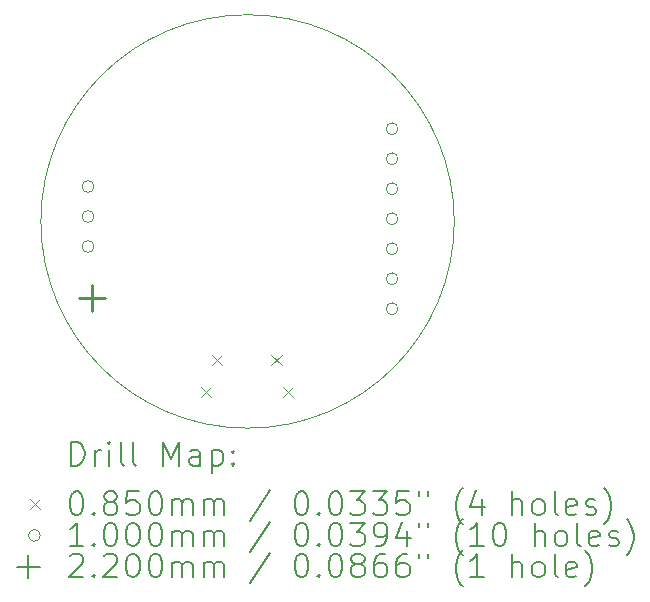
<source format=gbr>
%TF.GenerationSoftware,KiCad,Pcbnew,8.0.6*%
%TF.CreationDate,2024-12-07T20:29:37+01:00*%
%TF.ProjectId,circular PCB,63697263-756c-4617-9220-5043422e6b69,rev?*%
%TF.SameCoordinates,Original*%
%TF.FileFunction,Drillmap*%
%TF.FilePolarity,Positive*%
%FSLAX45Y45*%
G04 Gerber Fmt 4.5, Leading zero omitted, Abs format (unit mm)*
G04 Created by KiCad (PCBNEW 8.0.6) date 2024-12-07 20:29:37*
%MOMM*%
%LPD*%
G01*
G04 APERTURE LIST*
%ADD10C,0.100000*%
%ADD11C,0.200000*%
%ADD12C,0.220000*%
G04 APERTURE END LIST*
D10*
X20944000Y-6760000D02*
G75*
G02*
X17444000Y-6760000I-1750000J0D01*
G01*
X17444000Y-6760000D02*
G75*
G02*
X20944000Y-6760000I1750000J0D01*
G01*
D11*
D10*
X18796500Y-8158250D02*
X18881500Y-8243250D01*
X18881500Y-8158250D02*
X18796500Y-8243250D01*
X18896500Y-7888250D02*
X18981500Y-7973250D01*
X18981500Y-7888250D02*
X18896500Y-7973250D01*
X19396500Y-7888250D02*
X19481500Y-7973250D01*
X19481500Y-7888250D02*
X19396500Y-7973250D01*
X19496500Y-8158250D02*
X19581500Y-8243250D01*
X19581500Y-8158250D02*
X19496500Y-8243250D01*
X17893000Y-6465000D02*
G75*
G02*
X17793000Y-6465000I-50000J0D01*
G01*
X17793000Y-6465000D02*
G75*
G02*
X17893000Y-6465000I50000J0D01*
G01*
X17893000Y-6719000D02*
G75*
G02*
X17793000Y-6719000I-50000J0D01*
G01*
X17793000Y-6719000D02*
G75*
G02*
X17893000Y-6719000I50000J0D01*
G01*
X17893000Y-6973000D02*
G75*
G02*
X17793000Y-6973000I-50000J0D01*
G01*
X17793000Y-6973000D02*
G75*
G02*
X17893000Y-6973000I50000J0D01*
G01*
X20467000Y-5975000D02*
G75*
G02*
X20367000Y-5975000I-50000J0D01*
G01*
X20367000Y-5975000D02*
G75*
G02*
X20467000Y-5975000I50000J0D01*
G01*
X20467000Y-6229000D02*
G75*
G02*
X20367000Y-6229000I-50000J0D01*
G01*
X20367000Y-6229000D02*
G75*
G02*
X20467000Y-6229000I50000J0D01*
G01*
X20467000Y-6483000D02*
G75*
G02*
X20367000Y-6483000I-50000J0D01*
G01*
X20367000Y-6483000D02*
G75*
G02*
X20467000Y-6483000I50000J0D01*
G01*
X20467000Y-6737000D02*
G75*
G02*
X20367000Y-6737000I-50000J0D01*
G01*
X20367000Y-6737000D02*
G75*
G02*
X20467000Y-6737000I50000J0D01*
G01*
X20467000Y-6991000D02*
G75*
G02*
X20367000Y-6991000I-50000J0D01*
G01*
X20367000Y-6991000D02*
G75*
G02*
X20467000Y-6991000I50000J0D01*
G01*
X20467000Y-7245000D02*
G75*
G02*
X20367000Y-7245000I-50000J0D01*
G01*
X20367000Y-7245000D02*
G75*
G02*
X20467000Y-7245000I50000J0D01*
G01*
X20467000Y-7499000D02*
G75*
G02*
X20367000Y-7499000I-50000J0D01*
G01*
X20367000Y-7499000D02*
G75*
G02*
X20467000Y-7499000I50000J0D01*
G01*
D12*
X17880000Y-7295000D02*
X17880000Y-7515000D01*
X17770000Y-7405000D02*
X17990000Y-7405000D01*
D11*
X17699777Y-8826484D02*
X17699777Y-8626484D01*
X17699777Y-8626484D02*
X17747396Y-8626484D01*
X17747396Y-8626484D02*
X17775967Y-8636008D01*
X17775967Y-8636008D02*
X17795015Y-8655055D01*
X17795015Y-8655055D02*
X17804539Y-8674103D01*
X17804539Y-8674103D02*
X17814063Y-8712198D01*
X17814063Y-8712198D02*
X17814063Y-8740770D01*
X17814063Y-8740770D02*
X17804539Y-8778865D01*
X17804539Y-8778865D02*
X17795015Y-8797912D01*
X17795015Y-8797912D02*
X17775967Y-8816960D01*
X17775967Y-8816960D02*
X17747396Y-8826484D01*
X17747396Y-8826484D02*
X17699777Y-8826484D01*
X17899777Y-8826484D02*
X17899777Y-8693150D01*
X17899777Y-8731246D02*
X17909301Y-8712198D01*
X17909301Y-8712198D02*
X17918824Y-8702674D01*
X17918824Y-8702674D02*
X17937872Y-8693150D01*
X17937872Y-8693150D02*
X17956920Y-8693150D01*
X18023586Y-8826484D02*
X18023586Y-8693150D01*
X18023586Y-8626484D02*
X18014063Y-8636008D01*
X18014063Y-8636008D02*
X18023586Y-8645531D01*
X18023586Y-8645531D02*
X18033110Y-8636008D01*
X18033110Y-8636008D02*
X18023586Y-8626484D01*
X18023586Y-8626484D02*
X18023586Y-8645531D01*
X18147396Y-8826484D02*
X18128348Y-8816960D01*
X18128348Y-8816960D02*
X18118824Y-8797912D01*
X18118824Y-8797912D02*
X18118824Y-8626484D01*
X18252158Y-8826484D02*
X18233110Y-8816960D01*
X18233110Y-8816960D02*
X18223586Y-8797912D01*
X18223586Y-8797912D02*
X18223586Y-8626484D01*
X18480729Y-8826484D02*
X18480729Y-8626484D01*
X18480729Y-8626484D02*
X18547396Y-8769341D01*
X18547396Y-8769341D02*
X18614063Y-8626484D01*
X18614063Y-8626484D02*
X18614063Y-8826484D01*
X18795015Y-8826484D02*
X18795015Y-8721722D01*
X18795015Y-8721722D02*
X18785491Y-8702674D01*
X18785491Y-8702674D02*
X18766444Y-8693150D01*
X18766444Y-8693150D02*
X18728348Y-8693150D01*
X18728348Y-8693150D02*
X18709301Y-8702674D01*
X18795015Y-8816960D02*
X18775967Y-8826484D01*
X18775967Y-8826484D02*
X18728348Y-8826484D01*
X18728348Y-8826484D02*
X18709301Y-8816960D01*
X18709301Y-8816960D02*
X18699777Y-8797912D01*
X18699777Y-8797912D02*
X18699777Y-8778865D01*
X18699777Y-8778865D02*
X18709301Y-8759817D01*
X18709301Y-8759817D02*
X18728348Y-8750293D01*
X18728348Y-8750293D02*
X18775967Y-8750293D01*
X18775967Y-8750293D02*
X18795015Y-8740770D01*
X18890253Y-8693150D02*
X18890253Y-8893150D01*
X18890253Y-8702674D02*
X18909301Y-8693150D01*
X18909301Y-8693150D02*
X18947396Y-8693150D01*
X18947396Y-8693150D02*
X18966444Y-8702674D01*
X18966444Y-8702674D02*
X18975967Y-8712198D01*
X18975967Y-8712198D02*
X18985491Y-8731246D01*
X18985491Y-8731246D02*
X18985491Y-8788389D01*
X18985491Y-8788389D02*
X18975967Y-8807436D01*
X18975967Y-8807436D02*
X18966444Y-8816960D01*
X18966444Y-8816960D02*
X18947396Y-8826484D01*
X18947396Y-8826484D02*
X18909301Y-8826484D01*
X18909301Y-8826484D02*
X18890253Y-8816960D01*
X19071205Y-8807436D02*
X19080729Y-8816960D01*
X19080729Y-8816960D02*
X19071205Y-8826484D01*
X19071205Y-8826484D02*
X19061682Y-8816960D01*
X19061682Y-8816960D02*
X19071205Y-8807436D01*
X19071205Y-8807436D02*
X19071205Y-8826484D01*
X19071205Y-8702674D02*
X19080729Y-8712198D01*
X19080729Y-8712198D02*
X19071205Y-8721722D01*
X19071205Y-8721722D02*
X19061682Y-8712198D01*
X19061682Y-8712198D02*
X19071205Y-8702674D01*
X19071205Y-8702674D02*
X19071205Y-8721722D01*
D10*
X17354000Y-9112500D02*
X17439000Y-9197500D01*
X17439000Y-9112500D02*
X17354000Y-9197500D01*
D11*
X17737872Y-9046484D02*
X17756920Y-9046484D01*
X17756920Y-9046484D02*
X17775967Y-9056008D01*
X17775967Y-9056008D02*
X17785491Y-9065531D01*
X17785491Y-9065531D02*
X17795015Y-9084579D01*
X17795015Y-9084579D02*
X17804539Y-9122674D01*
X17804539Y-9122674D02*
X17804539Y-9170293D01*
X17804539Y-9170293D02*
X17795015Y-9208389D01*
X17795015Y-9208389D02*
X17785491Y-9227436D01*
X17785491Y-9227436D02*
X17775967Y-9236960D01*
X17775967Y-9236960D02*
X17756920Y-9246484D01*
X17756920Y-9246484D02*
X17737872Y-9246484D01*
X17737872Y-9246484D02*
X17718824Y-9236960D01*
X17718824Y-9236960D02*
X17709301Y-9227436D01*
X17709301Y-9227436D02*
X17699777Y-9208389D01*
X17699777Y-9208389D02*
X17690253Y-9170293D01*
X17690253Y-9170293D02*
X17690253Y-9122674D01*
X17690253Y-9122674D02*
X17699777Y-9084579D01*
X17699777Y-9084579D02*
X17709301Y-9065531D01*
X17709301Y-9065531D02*
X17718824Y-9056008D01*
X17718824Y-9056008D02*
X17737872Y-9046484D01*
X17890253Y-9227436D02*
X17899777Y-9236960D01*
X17899777Y-9236960D02*
X17890253Y-9246484D01*
X17890253Y-9246484D02*
X17880729Y-9236960D01*
X17880729Y-9236960D02*
X17890253Y-9227436D01*
X17890253Y-9227436D02*
X17890253Y-9246484D01*
X18014063Y-9132198D02*
X17995015Y-9122674D01*
X17995015Y-9122674D02*
X17985491Y-9113150D01*
X17985491Y-9113150D02*
X17975967Y-9094103D01*
X17975967Y-9094103D02*
X17975967Y-9084579D01*
X17975967Y-9084579D02*
X17985491Y-9065531D01*
X17985491Y-9065531D02*
X17995015Y-9056008D01*
X17995015Y-9056008D02*
X18014063Y-9046484D01*
X18014063Y-9046484D02*
X18052158Y-9046484D01*
X18052158Y-9046484D02*
X18071205Y-9056008D01*
X18071205Y-9056008D02*
X18080729Y-9065531D01*
X18080729Y-9065531D02*
X18090253Y-9084579D01*
X18090253Y-9084579D02*
X18090253Y-9094103D01*
X18090253Y-9094103D02*
X18080729Y-9113150D01*
X18080729Y-9113150D02*
X18071205Y-9122674D01*
X18071205Y-9122674D02*
X18052158Y-9132198D01*
X18052158Y-9132198D02*
X18014063Y-9132198D01*
X18014063Y-9132198D02*
X17995015Y-9141722D01*
X17995015Y-9141722D02*
X17985491Y-9151246D01*
X17985491Y-9151246D02*
X17975967Y-9170293D01*
X17975967Y-9170293D02*
X17975967Y-9208389D01*
X17975967Y-9208389D02*
X17985491Y-9227436D01*
X17985491Y-9227436D02*
X17995015Y-9236960D01*
X17995015Y-9236960D02*
X18014063Y-9246484D01*
X18014063Y-9246484D02*
X18052158Y-9246484D01*
X18052158Y-9246484D02*
X18071205Y-9236960D01*
X18071205Y-9236960D02*
X18080729Y-9227436D01*
X18080729Y-9227436D02*
X18090253Y-9208389D01*
X18090253Y-9208389D02*
X18090253Y-9170293D01*
X18090253Y-9170293D02*
X18080729Y-9151246D01*
X18080729Y-9151246D02*
X18071205Y-9141722D01*
X18071205Y-9141722D02*
X18052158Y-9132198D01*
X18271205Y-9046484D02*
X18175967Y-9046484D01*
X18175967Y-9046484D02*
X18166444Y-9141722D01*
X18166444Y-9141722D02*
X18175967Y-9132198D01*
X18175967Y-9132198D02*
X18195015Y-9122674D01*
X18195015Y-9122674D02*
X18242634Y-9122674D01*
X18242634Y-9122674D02*
X18261682Y-9132198D01*
X18261682Y-9132198D02*
X18271205Y-9141722D01*
X18271205Y-9141722D02*
X18280729Y-9160770D01*
X18280729Y-9160770D02*
X18280729Y-9208389D01*
X18280729Y-9208389D02*
X18271205Y-9227436D01*
X18271205Y-9227436D02*
X18261682Y-9236960D01*
X18261682Y-9236960D02*
X18242634Y-9246484D01*
X18242634Y-9246484D02*
X18195015Y-9246484D01*
X18195015Y-9246484D02*
X18175967Y-9236960D01*
X18175967Y-9236960D02*
X18166444Y-9227436D01*
X18404539Y-9046484D02*
X18423586Y-9046484D01*
X18423586Y-9046484D02*
X18442634Y-9056008D01*
X18442634Y-9056008D02*
X18452158Y-9065531D01*
X18452158Y-9065531D02*
X18461682Y-9084579D01*
X18461682Y-9084579D02*
X18471205Y-9122674D01*
X18471205Y-9122674D02*
X18471205Y-9170293D01*
X18471205Y-9170293D02*
X18461682Y-9208389D01*
X18461682Y-9208389D02*
X18452158Y-9227436D01*
X18452158Y-9227436D02*
X18442634Y-9236960D01*
X18442634Y-9236960D02*
X18423586Y-9246484D01*
X18423586Y-9246484D02*
X18404539Y-9246484D01*
X18404539Y-9246484D02*
X18385491Y-9236960D01*
X18385491Y-9236960D02*
X18375967Y-9227436D01*
X18375967Y-9227436D02*
X18366444Y-9208389D01*
X18366444Y-9208389D02*
X18356920Y-9170293D01*
X18356920Y-9170293D02*
X18356920Y-9122674D01*
X18356920Y-9122674D02*
X18366444Y-9084579D01*
X18366444Y-9084579D02*
X18375967Y-9065531D01*
X18375967Y-9065531D02*
X18385491Y-9056008D01*
X18385491Y-9056008D02*
X18404539Y-9046484D01*
X18556920Y-9246484D02*
X18556920Y-9113150D01*
X18556920Y-9132198D02*
X18566444Y-9122674D01*
X18566444Y-9122674D02*
X18585491Y-9113150D01*
X18585491Y-9113150D02*
X18614063Y-9113150D01*
X18614063Y-9113150D02*
X18633110Y-9122674D01*
X18633110Y-9122674D02*
X18642634Y-9141722D01*
X18642634Y-9141722D02*
X18642634Y-9246484D01*
X18642634Y-9141722D02*
X18652158Y-9122674D01*
X18652158Y-9122674D02*
X18671205Y-9113150D01*
X18671205Y-9113150D02*
X18699777Y-9113150D01*
X18699777Y-9113150D02*
X18718825Y-9122674D01*
X18718825Y-9122674D02*
X18728348Y-9141722D01*
X18728348Y-9141722D02*
X18728348Y-9246484D01*
X18823586Y-9246484D02*
X18823586Y-9113150D01*
X18823586Y-9132198D02*
X18833110Y-9122674D01*
X18833110Y-9122674D02*
X18852158Y-9113150D01*
X18852158Y-9113150D02*
X18880729Y-9113150D01*
X18880729Y-9113150D02*
X18899777Y-9122674D01*
X18899777Y-9122674D02*
X18909301Y-9141722D01*
X18909301Y-9141722D02*
X18909301Y-9246484D01*
X18909301Y-9141722D02*
X18918825Y-9122674D01*
X18918825Y-9122674D02*
X18937872Y-9113150D01*
X18937872Y-9113150D02*
X18966444Y-9113150D01*
X18966444Y-9113150D02*
X18985491Y-9122674D01*
X18985491Y-9122674D02*
X18995015Y-9141722D01*
X18995015Y-9141722D02*
X18995015Y-9246484D01*
X19385491Y-9036960D02*
X19214063Y-9294103D01*
X19642634Y-9046484D02*
X19661682Y-9046484D01*
X19661682Y-9046484D02*
X19680729Y-9056008D01*
X19680729Y-9056008D02*
X19690253Y-9065531D01*
X19690253Y-9065531D02*
X19699777Y-9084579D01*
X19699777Y-9084579D02*
X19709301Y-9122674D01*
X19709301Y-9122674D02*
X19709301Y-9170293D01*
X19709301Y-9170293D02*
X19699777Y-9208389D01*
X19699777Y-9208389D02*
X19690253Y-9227436D01*
X19690253Y-9227436D02*
X19680729Y-9236960D01*
X19680729Y-9236960D02*
X19661682Y-9246484D01*
X19661682Y-9246484D02*
X19642634Y-9246484D01*
X19642634Y-9246484D02*
X19623587Y-9236960D01*
X19623587Y-9236960D02*
X19614063Y-9227436D01*
X19614063Y-9227436D02*
X19604539Y-9208389D01*
X19604539Y-9208389D02*
X19595015Y-9170293D01*
X19595015Y-9170293D02*
X19595015Y-9122674D01*
X19595015Y-9122674D02*
X19604539Y-9084579D01*
X19604539Y-9084579D02*
X19614063Y-9065531D01*
X19614063Y-9065531D02*
X19623587Y-9056008D01*
X19623587Y-9056008D02*
X19642634Y-9046484D01*
X19795015Y-9227436D02*
X19804539Y-9236960D01*
X19804539Y-9236960D02*
X19795015Y-9246484D01*
X19795015Y-9246484D02*
X19785491Y-9236960D01*
X19785491Y-9236960D02*
X19795015Y-9227436D01*
X19795015Y-9227436D02*
X19795015Y-9246484D01*
X19928348Y-9046484D02*
X19947396Y-9046484D01*
X19947396Y-9046484D02*
X19966444Y-9056008D01*
X19966444Y-9056008D02*
X19975968Y-9065531D01*
X19975968Y-9065531D02*
X19985491Y-9084579D01*
X19985491Y-9084579D02*
X19995015Y-9122674D01*
X19995015Y-9122674D02*
X19995015Y-9170293D01*
X19995015Y-9170293D02*
X19985491Y-9208389D01*
X19985491Y-9208389D02*
X19975968Y-9227436D01*
X19975968Y-9227436D02*
X19966444Y-9236960D01*
X19966444Y-9236960D02*
X19947396Y-9246484D01*
X19947396Y-9246484D02*
X19928348Y-9246484D01*
X19928348Y-9246484D02*
X19909301Y-9236960D01*
X19909301Y-9236960D02*
X19899777Y-9227436D01*
X19899777Y-9227436D02*
X19890253Y-9208389D01*
X19890253Y-9208389D02*
X19880729Y-9170293D01*
X19880729Y-9170293D02*
X19880729Y-9122674D01*
X19880729Y-9122674D02*
X19890253Y-9084579D01*
X19890253Y-9084579D02*
X19899777Y-9065531D01*
X19899777Y-9065531D02*
X19909301Y-9056008D01*
X19909301Y-9056008D02*
X19928348Y-9046484D01*
X20061682Y-9046484D02*
X20185491Y-9046484D01*
X20185491Y-9046484D02*
X20118825Y-9122674D01*
X20118825Y-9122674D02*
X20147396Y-9122674D01*
X20147396Y-9122674D02*
X20166444Y-9132198D01*
X20166444Y-9132198D02*
X20175968Y-9141722D01*
X20175968Y-9141722D02*
X20185491Y-9160770D01*
X20185491Y-9160770D02*
X20185491Y-9208389D01*
X20185491Y-9208389D02*
X20175968Y-9227436D01*
X20175968Y-9227436D02*
X20166444Y-9236960D01*
X20166444Y-9236960D02*
X20147396Y-9246484D01*
X20147396Y-9246484D02*
X20090253Y-9246484D01*
X20090253Y-9246484D02*
X20071206Y-9236960D01*
X20071206Y-9236960D02*
X20061682Y-9227436D01*
X20252158Y-9046484D02*
X20375968Y-9046484D01*
X20375968Y-9046484D02*
X20309301Y-9122674D01*
X20309301Y-9122674D02*
X20337872Y-9122674D01*
X20337872Y-9122674D02*
X20356920Y-9132198D01*
X20356920Y-9132198D02*
X20366444Y-9141722D01*
X20366444Y-9141722D02*
X20375968Y-9160770D01*
X20375968Y-9160770D02*
X20375968Y-9208389D01*
X20375968Y-9208389D02*
X20366444Y-9227436D01*
X20366444Y-9227436D02*
X20356920Y-9236960D01*
X20356920Y-9236960D02*
X20337872Y-9246484D01*
X20337872Y-9246484D02*
X20280729Y-9246484D01*
X20280729Y-9246484D02*
X20261682Y-9236960D01*
X20261682Y-9236960D02*
X20252158Y-9227436D01*
X20556920Y-9046484D02*
X20461682Y-9046484D01*
X20461682Y-9046484D02*
X20452158Y-9141722D01*
X20452158Y-9141722D02*
X20461682Y-9132198D01*
X20461682Y-9132198D02*
X20480729Y-9122674D01*
X20480729Y-9122674D02*
X20528349Y-9122674D01*
X20528349Y-9122674D02*
X20547396Y-9132198D01*
X20547396Y-9132198D02*
X20556920Y-9141722D01*
X20556920Y-9141722D02*
X20566444Y-9160770D01*
X20566444Y-9160770D02*
X20566444Y-9208389D01*
X20566444Y-9208389D02*
X20556920Y-9227436D01*
X20556920Y-9227436D02*
X20547396Y-9236960D01*
X20547396Y-9236960D02*
X20528349Y-9246484D01*
X20528349Y-9246484D02*
X20480729Y-9246484D01*
X20480729Y-9246484D02*
X20461682Y-9236960D01*
X20461682Y-9236960D02*
X20452158Y-9227436D01*
X20642634Y-9046484D02*
X20642634Y-9084579D01*
X20718825Y-9046484D02*
X20718825Y-9084579D01*
X21014063Y-9322674D02*
X21004539Y-9313150D01*
X21004539Y-9313150D02*
X20985491Y-9284579D01*
X20985491Y-9284579D02*
X20975968Y-9265531D01*
X20975968Y-9265531D02*
X20966444Y-9236960D01*
X20966444Y-9236960D02*
X20956920Y-9189341D01*
X20956920Y-9189341D02*
X20956920Y-9151246D01*
X20956920Y-9151246D02*
X20966444Y-9103627D01*
X20966444Y-9103627D02*
X20975968Y-9075055D01*
X20975968Y-9075055D02*
X20985491Y-9056008D01*
X20985491Y-9056008D02*
X21004539Y-9027436D01*
X21004539Y-9027436D02*
X21014063Y-9017912D01*
X21175968Y-9113150D02*
X21175968Y-9246484D01*
X21128349Y-9036960D02*
X21080730Y-9179817D01*
X21080730Y-9179817D02*
X21204539Y-9179817D01*
X21433111Y-9246484D02*
X21433111Y-9046484D01*
X21518825Y-9246484D02*
X21518825Y-9141722D01*
X21518825Y-9141722D02*
X21509301Y-9122674D01*
X21509301Y-9122674D02*
X21490253Y-9113150D01*
X21490253Y-9113150D02*
X21461682Y-9113150D01*
X21461682Y-9113150D02*
X21442634Y-9122674D01*
X21442634Y-9122674D02*
X21433111Y-9132198D01*
X21642634Y-9246484D02*
X21623587Y-9236960D01*
X21623587Y-9236960D02*
X21614063Y-9227436D01*
X21614063Y-9227436D02*
X21604539Y-9208389D01*
X21604539Y-9208389D02*
X21604539Y-9151246D01*
X21604539Y-9151246D02*
X21614063Y-9132198D01*
X21614063Y-9132198D02*
X21623587Y-9122674D01*
X21623587Y-9122674D02*
X21642634Y-9113150D01*
X21642634Y-9113150D02*
X21671206Y-9113150D01*
X21671206Y-9113150D02*
X21690253Y-9122674D01*
X21690253Y-9122674D02*
X21699777Y-9132198D01*
X21699777Y-9132198D02*
X21709301Y-9151246D01*
X21709301Y-9151246D02*
X21709301Y-9208389D01*
X21709301Y-9208389D02*
X21699777Y-9227436D01*
X21699777Y-9227436D02*
X21690253Y-9236960D01*
X21690253Y-9236960D02*
X21671206Y-9246484D01*
X21671206Y-9246484D02*
X21642634Y-9246484D01*
X21823587Y-9246484D02*
X21804539Y-9236960D01*
X21804539Y-9236960D02*
X21795015Y-9217912D01*
X21795015Y-9217912D02*
X21795015Y-9046484D01*
X21975968Y-9236960D02*
X21956920Y-9246484D01*
X21956920Y-9246484D02*
X21918825Y-9246484D01*
X21918825Y-9246484D02*
X21899777Y-9236960D01*
X21899777Y-9236960D02*
X21890253Y-9217912D01*
X21890253Y-9217912D02*
X21890253Y-9141722D01*
X21890253Y-9141722D02*
X21899777Y-9122674D01*
X21899777Y-9122674D02*
X21918825Y-9113150D01*
X21918825Y-9113150D02*
X21956920Y-9113150D01*
X21956920Y-9113150D02*
X21975968Y-9122674D01*
X21975968Y-9122674D02*
X21985492Y-9141722D01*
X21985492Y-9141722D02*
X21985492Y-9160770D01*
X21985492Y-9160770D02*
X21890253Y-9179817D01*
X22061682Y-9236960D02*
X22080730Y-9246484D01*
X22080730Y-9246484D02*
X22118825Y-9246484D01*
X22118825Y-9246484D02*
X22137873Y-9236960D01*
X22137873Y-9236960D02*
X22147396Y-9217912D01*
X22147396Y-9217912D02*
X22147396Y-9208389D01*
X22147396Y-9208389D02*
X22137873Y-9189341D01*
X22137873Y-9189341D02*
X22118825Y-9179817D01*
X22118825Y-9179817D02*
X22090253Y-9179817D01*
X22090253Y-9179817D02*
X22071206Y-9170293D01*
X22071206Y-9170293D02*
X22061682Y-9151246D01*
X22061682Y-9151246D02*
X22061682Y-9141722D01*
X22061682Y-9141722D02*
X22071206Y-9122674D01*
X22071206Y-9122674D02*
X22090253Y-9113150D01*
X22090253Y-9113150D02*
X22118825Y-9113150D01*
X22118825Y-9113150D02*
X22137873Y-9122674D01*
X22214063Y-9322674D02*
X22223587Y-9313150D01*
X22223587Y-9313150D02*
X22242634Y-9284579D01*
X22242634Y-9284579D02*
X22252158Y-9265531D01*
X22252158Y-9265531D02*
X22261682Y-9236960D01*
X22261682Y-9236960D02*
X22271206Y-9189341D01*
X22271206Y-9189341D02*
X22271206Y-9151246D01*
X22271206Y-9151246D02*
X22261682Y-9103627D01*
X22261682Y-9103627D02*
X22252158Y-9075055D01*
X22252158Y-9075055D02*
X22242634Y-9056008D01*
X22242634Y-9056008D02*
X22223587Y-9027436D01*
X22223587Y-9027436D02*
X22214063Y-9017912D01*
D10*
X17439000Y-9419000D02*
G75*
G02*
X17339000Y-9419000I-50000J0D01*
G01*
X17339000Y-9419000D02*
G75*
G02*
X17439000Y-9419000I50000J0D01*
G01*
D11*
X17804539Y-9510484D02*
X17690253Y-9510484D01*
X17747396Y-9510484D02*
X17747396Y-9310484D01*
X17747396Y-9310484D02*
X17728348Y-9339055D01*
X17728348Y-9339055D02*
X17709301Y-9358103D01*
X17709301Y-9358103D02*
X17690253Y-9367627D01*
X17890253Y-9491436D02*
X17899777Y-9500960D01*
X17899777Y-9500960D02*
X17890253Y-9510484D01*
X17890253Y-9510484D02*
X17880729Y-9500960D01*
X17880729Y-9500960D02*
X17890253Y-9491436D01*
X17890253Y-9491436D02*
X17890253Y-9510484D01*
X18023586Y-9310484D02*
X18042634Y-9310484D01*
X18042634Y-9310484D02*
X18061682Y-9320008D01*
X18061682Y-9320008D02*
X18071205Y-9329531D01*
X18071205Y-9329531D02*
X18080729Y-9348579D01*
X18080729Y-9348579D02*
X18090253Y-9386674D01*
X18090253Y-9386674D02*
X18090253Y-9434293D01*
X18090253Y-9434293D02*
X18080729Y-9472389D01*
X18080729Y-9472389D02*
X18071205Y-9491436D01*
X18071205Y-9491436D02*
X18061682Y-9500960D01*
X18061682Y-9500960D02*
X18042634Y-9510484D01*
X18042634Y-9510484D02*
X18023586Y-9510484D01*
X18023586Y-9510484D02*
X18004539Y-9500960D01*
X18004539Y-9500960D02*
X17995015Y-9491436D01*
X17995015Y-9491436D02*
X17985491Y-9472389D01*
X17985491Y-9472389D02*
X17975967Y-9434293D01*
X17975967Y-9434293D02*
X17975967Y-9386674D01*
X17975967Y-9386674D02*
X17985491Y-9348579D01*
X17985491Y-9348579D02*
X17995015Y-9329531D01*
X17995015Y-9329531D02*
X18004539Y-9320008D01*
X18004539Y-9320008D02*
X18023586Y-9310484D01*
X18214063Y-9310484D02*
X18233110Y-9310484D01*
X18233110Y-9310484D02*
X18252158Y-9320008D01*
X18252158Y-9320008D02*
X18261682Y-9329531D01*
X18261682Y-9329531D02*
X18271205Y-9348579D01*
X18271205Y-9348579D02*
X18280729Y-9386674D01*
X18280729Y-9386674D02*
X18280729Y-9434293D01*
X18280729Y-9434293D02*
X18271205Y-9472389D01*
X18271205Y-9472389D02*
X18261682Y-9491436D01*
X18261682Y-9491436D02*
X18252158Y-9500960D01*
X18252158Y-9500960D02*
X18233110Y-9510484D01*
X18233110Y-9510484D02*
X18214063Y-9510484D01*
X18214063Y-9510484D02*
X18195015Y-9500960D01*
X18195015Y-9500960D02*
X18185491Y-9491436D01*
X18185491Y-9491436D02*
X18175967Y-9472389D01*
X18175967Y-9472389D02*
X18166444Y-9434293D01*
X18166444Y-9434293D02*
X18166444Y-9386674D01*
X18166444Y-9386674D02*
X18175967Y-9348579D01*
X18175967Y-9348579D02*
X18185491Y-9329531D01*
X18185491Y-9329531D02*
X18195015Y-9320008D01*
X18195015Y-9320008D02*
X18214063Y-9310484D01*
X18404539Y-9310484D02*
X18423586Y-9310484D01*
X18423586Y-9310484D02*
X18442634Y-9320008D01*
X18442634Y-9320008D02*
X18452158Y-9329531D01*
X18452158Y-9329531D02*
X18461682Y-9348579D01*
X18461682Y-9348579D02*
X18471205Y-9386674D01*
X18471205Y-9386674D02*
X18471205Y-9434293D01*
X18471205Y-9434293D02*
X18461682Y-9472389D01*
X18461682Y-9472389D02*
X18452158Y-9491436D01*
X18452158Y-9491436D02*
X18442634Y-9500960D01*
X18442634Y-9500960D02*
X18423586Y-9510484D01*
X18423586Y-9510484D02*
X18404539Y-9510484D01*
X18404539Y-9510484D02*
X18385491Y-9500960D01*
X18385491Y-9500960D02*
X18375967Y-9491436D01*
X18375967Y-9491436D02*
X18366444Y-9472389D01*
X18366444Y-9472389D02*
X18356920Y-9434293D01*
X18356920Y-9434293D02*
X18356920Y-9386674D01*
X18356920Y-9386674D02*
X18366444Y-9348579D01*
X18366444Y-9348579D02*
X18375967Y-9329531D01*
X18375967Y-9329531D02*
X18385491Y-9320008D01*
X18385491Y-9320008D02*
X18404539Y-9310484D01*
X18556920Y-9510484D02*
X18556920Y-9377150D01*
X18556920Y-9396198D02*
X18566444Y-9386674D01*
X18566444Y-9386674D02*
X18585491Y-9377150D01*
X18585491Y-9377150D02*
X18614063Y-9377150D01*
X18614063Y-9377150D02*
X18633110Y-9386674D01*
X18633110Y-9386674D02*
X18642634Y-9405722D01*
X18642634Y-9405722D02*
X18642634Y-9510484D01*
X18642634Y-9405722D02*
X18652158Y-9386674D01*
X18652158Y-9386674D02*
X18671205Y-9377150D01*
X18671205Y-9377150D02*
X18699777Y-9377150D01*
X18699777Y-9377150D02*
X18718825Y-9386674D01*
X18718825Y-9386674D02*
X18728348Y-9405722D01*
X18728348Y-9405722D02*
X18728348Y-9510484D01*
X18823586Y-9510484D02*
X18823586Y-9377150D01*
X18823586Y-9396198D02*
X18833110Y-9386674D01*
X18833110Y-9386674D02*
X18852158Y-9377150D01*
X18852158Y-9377150D02*
X18880729Y-9377150D01*
X18880729Y-9377150D02*
X18899777Y-9386674D01*
X18899777Y-9386674D02*
X18909301Y-9405722D01*
X18909301Y-9405722D02*
X18909301Y-9510484D01*
X18909301Y-9405722D02*
X18918825Y-9386674D01*
X18918825Y-9386674D02*
X18937872Y-9377150D01*
X18937872Y-9377150D02*
X18966444Y-9377150D01*
X18966444Y-9377150D02*
X18985491Y-9386674D01*
X18985491Y-9386674D02*
X18995015Y-9405722D01*
X18995015Y-9405722D02*
X18995015Y-9510484D01*
X19385491Y-9300960D02*
X19214063Y-9558103D01*
X19642634Y-9310484D02*
X19661682Y-9310484D01*
X19661682Y-9310484D02*
X19680729Y-9320008D01*
X19680729Y-9320008D02*
X19690253Y-9329531D01*
X19690253Y-9329531D02*
X19699777Y-9348579D01*
X19699777Y-9348579D02*
X19709301Y-9386674D01*
X19709301Y-9386674D02*
X19709301Y-9434293D01*
X19709301Y-9434293D02*
X19699777Y-9472389D01*
X19699777Y-9472389D02*
X19690253Y-9491436D01*
X19690253Y-9491436D02*
X19680729Y-9500960D01*
X19680729Y-9500960D02*
X19661682Y-9510484D01*
X19661682Y-9510484D02*
X19642634Y-9510484D01*
X19642634Y-9510484D02*
X19623587Y-9500960D01*
X19623587Y-9500960D02*
X19614063Y-9491436D01*
X19614063Y-9491436D02*
X19604539Y-9472389D01*
X19604539Y-9472389D02*
X19595015Y-9434293D01*
X19595015Y-9434293D02*
X19595015Y-9386674D01*
X19595015Y-9386674D02*
X19604539Y-9348579D01*
X19604539Y-9348579D02*
X19614063Y-9329531D01*
X19614063Y-9329531D02*
X19623587Y-9320008D01*
X19623587Y-9320008D02*
X19642634Y-9310484D01*
X19795015Y-9491436D02*
X19804539Y-9500960D01*
X19804539Y-9500960D02*
X19795015Y-9510484D01*
X19795015Y-9510484D02*
X19785491Y-9500960D01*
X19785491Y-9500960D02*
X19795015Y-9491436D01*
X19795015Y-9491436D02*
X19795015Y-9510484D01*
X19928348Y-9310484D02*
X19947396Y-9310484D01*
X19947396Y-9310484D02*
X19966444Y-9320008D01*
X19966444Y-9320008D02*
X19975968Y-9329531D01*
X19975968Y-9329531D02*
X19985491Y-9348579D01*
X19985491Y-9348579D02*
X19995015Y-9386674D01*
X19995015Y-9386674D02*
X19995015Y-9434293D01*
X19995015Y-9434293D02*
X19985491Y-9472389D01*
X19985491Y-9472389D02*
X19975968Y-9491436D01*
X19975968Y-9491436D02*
X19966444Y-9500960D01*
X19966444Y-9500960D02*
X19947396Y-9510484D01*
X19947396Y-9510484D02*
X19928348Y-9510484D01*
X19928348Y-9510484D02*
X19909301Y-9500960D01*
X19909301Y-9500960D02*
X19899777Y-9491436D01*
X19899777Y-9491436D02*
X19890253Y-9472389D01*
X19890253Y-9472389D02*
X19880729Y-9434293D01*
X19880729Y-9434293D02*
X19880729Y-9386674D01*
X19880729Y-9386674D02*
X19890253Y-9348579D01*
X19890253Y-9348579D02*
X19899777Y-9329531D01*
X19899777Y-9329531D02*
X19909301Y-9320008D01*
X19909301Y-9320008D02*
X19928348Y-9310484D01*
X20061682Y-9310484D02*
X20185491Y-9310484D01*
X20185491Y-9310484D02*
X20118825Y-9386674D01*
X20118825Y-9386674D02*
X20147396Y-9386674D01*
X20147396Y-9386674D02*
X20166444Y-9396198D01*
X20166444Y-9396198D02*
X20175968Y-9405722D01*
X20175968Y-9405722D02*
X20185491Y-9424770D01*
X20185491Y-9424770D02*
X20185491Y-9472389D01*
X20185491Y-9472389D02*
X20175968Y-9491436D01*
X20175968Y-9491436D02*
X20166444Y-9500960D01*
X20166444Y-9500960D02*
X20147396Y-9510484D01*
X20147396Y-9510484D02*
X20090253Y-9510484D01*
X20090253Y-9510484D02*
X20071206Y-9500960D01*
X20071206Y-9500960D02*
X20061682Y-9491436D01*
X20280729Y-9510484D02*
X20318825Y-9510484D01*
X20318825Y-9510484D02*
X20337872Y-9500960D01*
X20337872Y-9500960D02*
X20347396Y-9491436D01*
X20347396Y-9491436D02*
X20366444Y-9462865D01*
X20366444Y-9462865D02*
X20375968Y-9424770D01*
X20375968Y-9424770D02*
X20375968Y-9348579D01*
X20375968Y-9348579D02*
X20366444Y-9329531D01*
X20366444Y-9329531D02*
X20356920Y-9320008D01*
X20356920Y-9320008D02*
X20337872Y-9310484D01*
X20337872Y-9310484D02*
X20299777Y-9310484D01*
X20299777Y-9310484D02*
X20280729Y-9320008D01*
X20280729Y-9320008D02*
X20271206Y-9329531D01*
X20271206Y-9329531D02*
X20261682Y-9348579D01*
X20261682Y-9348579D02*
X20261682Y-9396198D01*
X20261682Y-9396198D02*
X20271206Y-9415246D01*
X20271206Y-9415246D02*
X20280729Y-9424770D01*
X20280729Y-9424770D02*
X20299777Y-9434293D01*
X20299777Y-9434293D02*
X20337872Y-9434293D01*
X20337872Y-9434293D02*
X20356920Y-9424770D01*
X20356920Y-9424770D02*
X20366444Y-9415246D01*
X20366444Y-9415246D02*
X20375968Y-9396198D01*
X20547396Y-9377150D02*
X20547396Y-9510484D01*
X20499777Y-9300960D02*
X20452158Y-9443817D01*
X20452158Y-9443817D02*
X20575968Y-9443817D01*
X20642634Y-9310484D02*
X20642634Y-9348579D01*
X20718825Y-9310484D02*
X20718825Y-9348579D01*
X21014063Y-9586674D02*
X21004539Y-9577150D01*
X21004539Y-9577150D02*
X20985491Y-9548579D01*
X20985491Y-9548579D02*
X20975968Y-9529531D01*
X20975968Y-9529531D02*
X20966444Y-9500960D01*
X20966444Y-9500960D02*
X20956920Y-9453341D01*
X20956920Y-9453341D02*
X20956920Y-9415246D01*
X20956920Y-9415246D02*
X20966444Y-9367627D01*
X20966444Y-9367627D02*
X20975968Y-9339055D01*
X20975968Y-9339055D02*
X20985491Y-9320008D01*
X20985491Y-9320008D02*
X21004539Y-9291436D01*
X21004539Y-9291436D02*
X21014063Y-9281912D01*
X21195015Y-9510484D02*
X21080730Y-9510484D01*
X21137872Y-9510484D02*
X21137872Y-9310484D01*
X21137872Y-9310484D02*
X21118825Y-9339055D01*
X21118825Y-9339055D02*
X21099777Y-9358103D01*
X21099777Y-9358103D02*
X21080730Y-9367627D01*
X21318825Y-9310484D02*
X21337872Y-9310484D01*
X21337872Y-9310484D02*
X21356920Y-9320008D01*
X21356920Y-9320008D02*
X21366444Y-9329531D01*
X21366444Y-9329531D02*
X21375968Y-9348579D01*
X21375968Y-9348579D02*
X21385491Y-9386674D01*
X21385491Y-9386674D02*
X21385491Y-9434293D01*
X21385491Y-9434293D02*
X21375968Y-9472389D01*
X21375968Y-9472389D02*
X21366444Y-9491436D01*
X21366444Y-9491436D02*
X21356920Y-9500960D01*
X21356920Y-9500960D02*
X21337872Y-9510484D01*
X21337872Y-9510484D02*
X21318825Y-9510484D01*
X21318825Y-9510484D02*
X21299777Y-9500960D01*
X21299777Y-9500960D02*
X21290253Y-9491436D01*
X21290253Y-9491436D02*
X21280730Y-9472389D01*
X21280730Y-9472389D02*
X21271206Y-9434293D01*
X21271206Y-9434293D02*
X21271206Y-9386674D01*
X21271206Y-9386674D02*
X21280730Y-9348579D01*
X21280730Y-9348579D02*
X21290253Y-9329531D01*
X21290253Y-9329531D02*
X21299777Y-9320008D01*
X21299777Y-9320008D02*
X21318825Y-9310484D01*
X21623587Y-9510484D02*
X21623587Y-9310484D01*
X21709301Y-9510484D02*
X21709301Y-9405722D01*
X21709301Y-9405722D02*
X21699777Y-9386674D01*
X21699777Y-9386674D02*
X21680730Y-9377150D01*
X21680730Y-9377150D02*
X21652158Y-9377150D01*
X21652158Y-9377150D02*
X21633111Y-9386674D01*
X21633111Y-9386674D02*
X21623587Y-9396198D01*
X21833111Y-9510484D02*
X21814063Y-9500960D01*
X21814063Y-9500960D02*
X21804539Y-9491436D01*
X21804539Y-9491436D02*
X21795015Y-9472389D01*
X21795015Y-9472389D02*
X21795015Y-9415246D01*
X21795015Y-9415246D02*
X21804539Y-9396198D01*
X21804539Y-9396198D02*
X21814063Y-9386674D01*
X21814063Y-9386674D02*
X21833111Y-9377150D01*
X21833111Y-9377150D02*
X21861682Y-9377150D01*
X21861682Y-9377150D02*
X21880730Y-9386674D01*
X21880730Y-9386674D02*
X21890253Y-9396198D01*
X21890253Y-9396198D02*
X21899777Y-9415246D01*
X21899777Y-9415246D02*
X21899777Y-9472389D01*
X21899777Y-9472389D02*
X21890253Y-9491436D01*
X21890253Y-9491436D02*
X21880730Y-9500960D01*
X21880730Y-9500960D02*
X21861682Y-9510484D01*
X21861682Y-9510484D02*
X21833111Y-9510484D01*
X22014063Y-9510484D02*
X21995015Y-9500960D01*
X21995015Y-9500960D02*
X21985492Y-9481912D01*
X21985492Y-9481912D02*
X21985492Y-9310484D01*
X22166444Y-9500960D02*
X22147396Y-9510484D01*
X22147396Y-9510484D02*
X22109301Y-9510484D01*
X22109301Y-9510484D02*
X22090253Y-9500960D01*
X22090253Y-9500960D02*
X22080730Y-9481912D01*
X22080730Y-9481912D02*
X22080730Y-9405722D01*
X22080730Y-9405722D02*
X22090253Y-9386674D01*
X22090253Y-9386674D02*
X22109301Y-9377150D01*
X22109301Y-9377150D02*
X22147396Y-9377150D01*
X22147396Y-9377150D02*
X22166444Y-9386674D01*
X22166444Y-9386674D02*
X22175968Y-9405722D01*
X22175968Y-9405722D02*
X22175968Y-9424770D01*
X22175968Y-9424770D02*
X22080730Y-9443817D01*
X22252158Y-9500960D02*
X22271206Y-9510484D01*
X22271206Y-9510484D02*
X22309301Y-9510484D01*
X22309301Y-9510484D02*
X22328349Y-9500960D01*
X22328349Y-9500960D02*
X22337873Y-9481912D01*
X22337873Y-9481912D02*
X22337873Y-9472389D01*
X22337873Y-9472389D02*
X22328349Y-9453341D01*
X22328349Y-9453341D02*
X22309301Y-9443817D01*
X22309301Y-9443817D02*
X22280730Y-9443817D01*
X22280730Y-9443817D02*
X22261682Y-9434293D01*
X22261682Y-9434293D02*
X22252158Y-9415246D01*
X22252158Y-9415246D02*
X22252158Y-9405722D01*
X22252158Y-9405722D02*
X22261682Y-9386674D01*
X22261682Y-9386674D02*
X22280730Y-9377150D01*
X22280730Y-9377150D02*
X22309301Y-9377150D01*
X22309301Y-9377150D02*
X22328349Y-9386674D01*
X22404539Y-9586674D02*
X22414063Y-9577150D01*
X22414063Y-9577150D02*
X22433111Y-9548579D01*
X22433111Y-9548579D02*
X22442634Y-9529531D01*
X22442634Y-9529531D02*
X22452158Y-9500960D01*
X22452158Y-9500960D02*
X22461682Y-9453341D01*
X22461682Y-9453341D02*
X22461682Y-9415246D01*
X22461682Y-9415246D02*
X22452158Y-9367627D01*
X22452158Y-9367627D02*
X22442634Y-9339055D01*
X22442634Y-9339055D02*
X22433111Y-9320008D01*
X22433111Y-9320008D02*
X22414063Y-9291436D01*
X22414063Y-9291436D02*
X22404539Y-9281912D01*
X17339000Y-9583000D02*
X17339000Y-9783000D01*
X17239000Y-9683000D02*
X17439000Y-9683000D01*
X17690253Y-9593531D02*
X17699777Y-9584008D01*
X17699777Y-9584008D02*
X17718824Y-9574484D01*
X17718824Y-9574484D02*
X17766444Y-9574484D01*
X17766444Y-9574484D02*
X17785491Y-9584008D01*
X17785491Y-9584008D02*
X17795015Y-9593531D01*
X17795015Y-9593531D02*
X17804539Y-9612579D01*
X17804539Y-9612579D02*
X17804539Y-9631627D01*
X17804539Y-9631627D02*
X17795015Y-9660198D01*
X17795015Y-9660198D02*
X17680729Y-9774484D01*
X17680729Y-9774484D02*
X17804539Y-9774484D01*
X17890253Y-9755436D02*
X17899777Y-9764960D01*
X17899777Y-9764960D02*
X17890253Y-9774484D01*
X17890253Y-9774484D02*
X17880729Y-9764960D01*
X17880729Y-9764960D02*
X17890253Y-9755436D01*
X17890253Y-9755436D02*
X17890253Y-9774484D01*
X17975967Y-9593531D02*
X17985491Y-9584008D01*
X17985491Y-9584008D02*
X18004539Y-9574484D01*
X18004539Y-9574484D02*
X18052158Y-9574484D01*
X18052158Y-9574484D02*
X18071205Y-9584008D01*
X18071205Y-9584008D02*
X18080729Y-9593531D01*
X18080729Y-9593531D02*
X18090253Y-9612579D01*
X18090253Y-9612579D02*
X18090253Y-9631627D01*
X18090253Y-9631627D02*
X18080729Y-9660198D01*
X18080729Y-9660198D02*
X17966444Y-9774484D01*
X17966444Y-9774484D02*
X18090253Y-9774484D01*
X18214063Y-9574484D02*
X18233110Y-9574484D01*
X18233110Y-9574484D02*
X18252158Y-9584008D01*
X18252158Y-9584008D02*
X18261682Y-9593531D01*
X18261682Y-9593531D02*
X18271205Y-9612579D01*
X18271205Y-9612579D02*
X18280729Y-9650674D01*
X18280729Y-9650674D02*
X18280729Y-9698293D01*
X18280729Y-9698293D02*
X18271205Y-9736389D01*
X18271205Y-9736389D02*
X18261682Y-9755436D01*
X18261682Y-9755436D02*
X18252158Y-9764960D01*
X18252158Y-9764960D02*
X18233110Y-9774484D01*
X18233110Y-9774484D02*
X18214063Y-9774484D01*
X18214063Y-9774484D02*
X18195015Y-9764960D01*
X18195015Y-9764960D02*
X18185491Y-9755436D01*
X18185491Y-9755436D02*
X18175967Y-9736389D01*
X18175967Y-9736389D02*
X18166444Y-9698293D01*
X18166444Y-9698293D02*
X18166444Y-9650674D01*
X18166444Y-9650674D02*
X18175967Y-9612579D01*
X18175967Y-9612579D02*
X18185491Y-9593531D01*
X18185491Y-9593531D02*
X18195015Y-9584008D01*
X18195015Y-9584008D02*
X18214063Y-9574484D01*
X18404539Y-9574484D02*
X18423586Y-9574484D01*
X18423586Y-9574484D02*
X18442634Y-9584008D01*
X18442634Y-9584008D02*
X18452158Y-9593531D01*
X18452158Y-9593531D02*
X18461682Y-9612579D01*
X18461682Y-9612579D02*
X18471205Y-9650674D01*
X18471205Y-9650674D02*
X18471205Y-9698293D01*
X18471205Y-9698293D02*
X18461682Y-9736389D01*
X18461682Y-9736389D02*
X18452158Y-9755436D01*
X18452158Y-9755436D02*
X18442634Y-9764960D01*
X18442634Y-9764960D02*
X18423586Y-9774484D01*
X18423586Y-9774484D02*
X18404539Y-9774484D01*
X18404539Y-9774484D02*
X18385491Y-9764960D01*
X18385491Y-9764960D02*
X18375967Y-9755436D01*
X18375967Y-9755436D02*
X18366444Y-9736389D01*
X18366444Y-9736389D02*
X18356920Y-9698293D01*
X18356920Y-9698293D02*
X18356920Y-9650674D01*
X18356920Y-9650674D02*
X18366444Y-9612579D01*
X18366444Y-9612579D02*
X18375967Y-9593531D01*
X18375967Y-9593531D02*
X18385491Y-9584008D01*
X18385491Y-9584008D02*
X18404539Y-9574484D01*
X18556920Y-9774484D02*
X18556920Y-9641150D01*
X18556920Y-9660198D02*
X18566444Y-9650674D01*
X18566444Y-9650674D02*
X18585491Y-9641150D01*
X18585491Y-9641150D02*
X18614063Y-9641150D01*
X18614063Y-9641150D02*
X18633110Y-9650674D01*
X18633110Y-9650674D02*
X18642634Y-9669722D01*
X18642634Y-9669722D02*
X18642634Y-9774484D01*
X18642634Y-9669722D02*
X18652158Y-9650674D01*
X18652158Y-9650674D02*
X18671205Y-9641150D01*
X18671205Y-9641150D02*
X18699777Y-9641150D01*
X18699777Y-9641150D02*
X18718825Y-9650674D01*
X18718825Y-9650674D02*
X18728348Y-9669722D01*
X18728348Y-9669722D02*
X18728348Y-9774484D01*
X18823586Y-9774484D02*
X18823586Y-9641150D01*
X18823586Y-9660198D02*
X18833110Y-9650674D01*
X18833110Y-9650674D02*
X18852158Y-9641150D01*
X18852158Y-9641150D02*
X18880729Y-9641150D01*
X18880729Y-9641150D02*
X18899777Y-9650674D01*
X18899777Y-9650674D02*
X18909301Y-9669722D01*
X18909301Y-9669722D02*
X18909301Y-9774484D01*
X18909301Y-9669722D02*
X18918825Y-9650674D01*
X18918825Y-9650674D02*
X18937872Y-9641150D01*
X18937872Y-9641150D02*
X18966444Y-9641150D01*
X18966444Y-9641150D02*
X18985491Y-9650674D01*
X18985491Y-9650674D02*
X18995015Y-9669722D01*
X18995015Y-9669722D02*
X18995015Y-9774484D01*
X19385491Y-9564960D02*
X19214063Y-9822103D01*
X19642634Y-9574484D02*
X19661682Y-9574484D01*
X19661682Y-9574484D02*
X19680729Y-9584008D01*
X19680729Y-9584008D02*
X19690253Y-9593531D01*
X19690253Y-9593531D02*
X19699777Y-9612579D01*
X19699777Y-9612579D02*
X19709301Y-9650674D01*
X19709301Y-9650674D02*
X19709301Y-9698293D01*
X19709301Y-9698293D02*
X19699777Y-9736389D01*
X19699777Y-9736389D02*
X19690253Y-9755436D01*
X19690253Y-9755436D02*
X19680729Y-9764960D01*
X19680729Y-9764960D02*
X19661682Y-9774484D01*
X19661682Y-9774484D02*
X19642634Y-9774484D01*
X19642634Y-9774484D02*
X19623587Y-9764960D01*
X19623587Y-9764960D02*
X19614063Y-9755436D01*
X19614063Y-9755436D02*
X19604539Y-9736389D01*
X19604539Y-9736389D02*
X19595015Y-9698293D01*
X19595015Y-9698293D02*
X19595015Y-9650674D01*
X19595015Y-9650674D02*
X19604539Y-9612579D01*
X19604539Y-9612579D02*
X19614063Y-9593531D01*
X19614063Y-9593531D02*
X19623587Y-9584008D01*
X19623587Y-9584008D02*
X19642634Y-9574484D01*
X19795015Y-9755436D02*
X19804539Y-9764960D01*
X19804539Y-9764960D02*
X19795015Y-9774484D01*
X19795015Y-9774484D02*
X19785491Y-9764960D01*
X19785491Y-9764960D02*
X19795015Y-9755436D01*
X19795015Y-9755436D02*
X19795015Y-9774484D01*
X19928348Y-9574484D02*
X19947396Y-9574484D01*
X19947396Y-9574484D02*
X19966444Y-9584008D01*
X19966444Y-9584008D02*
X19975968Y-9593531D01*
X19975968Y-9593531D02*
X19985491Y-9612579D01*
X19985491Y-9612579D02*
X19995015Y-9650674D01*
X19995015Y-9650674D02*
X19995015Y-9698293D01*
X19995015Y-9698293D02*
X19985491Y-9736389D01*
X19985491Y-9736389D02*
X19975968Y-9755436D01*
X19975968Y-9755436D02*
X19966444Y-9764960D01*
X19966444Y-9764960D02*
X19947396Y-9774484D01*
X19947396Y-9774484D02*
X19928348Y-9774484D01*
X19928348Y-9774484D02*
X19909301Y-9764960D01*
X19909301Y-9764960D02*
X19899777Y-9755436D01*
X19899777Y-9755436D02*
X19890253Y-9736389D01*
X19890253Y-9736389D02*
X19880729Y-9698293D01*
X19880729Y-9698293D02*
X19880729Y-9650674D01*
X19880729Y-9650674D02*
X19890253Y-9612579D01*
X19890253Y-9612579D02*
X19899777Y-9593531D01*
X19899777Y-9593531D02*
X19909301Y-9584008D01*
X19909301Y-9584008D02*
X19928348Y-9574484D01*
X20109301Y-9660198D02*
X20090253Y-9650674D01*
X20090253Y-9650674D02*
X20080729Y-9641150D01*
X20080729Y-9641150D02*
X20071206Y-9622103D01*
X20071206Y-9622103D02*
X20071206Y-9612579D01*
X20071206Y-9612579D02*
X20080729Y-9593531D01*
X20080729Y-9593531D02*
X20090253Y-9584008D01*
X20090253Y-9584008D02*
X20109301Y-9574484D01*
X20109301Y-9574484D02*
X20147396Y-9574484D01*
X20147396Y-9574484D02*
X20166444Y-9584008D01*
X20166444Y-9584008D02*
X20175968Y-9593531D01*
X20175968Y-9593531D02*
X20185491Y-9612579D01*
X20185491Y-9612579D02*
X20185491Y-9622103D01*
X20185491Y-9622103D02*
X20175968Y-9641150D01*
X20175968Y-9641150D02*
X20166444Y-9650674D01*
X20166444Y-9650674D02*
X20147396Y-9660198D01*
X20147396Y-9660198D02*
X20109301Y-9660198D01*
X20109301Y-9660198D02*
X20090253Y-9669722D01*
X20090253Y-9669722D02*
X20080729Y-9679246D01*
X20080729Y-9679246D02*
X20071206Y-9698293D01*
X20071206Y-9698293D02*
X20071206Y-9736389D01*
X20071206Y-9736389D02*
X20080729Y-9755436D01*
X20080729Y-9755436D02*
X20090253Y-9764960D01*
X20090253Y-9764960D02*
X20109301Y-9774484D01*
X20109301Y-9774484D02*
X20147396Y-9774484D01*
X20147396Y-9774484D02*
X20166444Y-9764960D01*
X20166444Y-9764960D02*
X20175968Y-9755436D01*
X20175968Y-9755436D02*
X20185491Y-9736389D01*
X20185491Y-9736389D02*
X20185491Y-9698293D01*
X20185491Y-9698293D02*
X20175968Y-9679246D01*
X20175968Y-9679246D02*
X20166444Y-9669722D01*
X20166444Y-9669722D02*
X20147396Y-9660198D01*
X20356920Y-9574484D02*
X20318825Y-9574484D01*
X20318825Y-9574484D02*
X20299777Y-9584008D01*
X20299777Y-9584008D02*
X20290253Y-9593531D01*
X20290253Y-9593531D02*
X20271206Y-9622103D01*
X20271206Y-9622103D02*
X20261682Y-9660198D01*
X20261682Y-9660198D02*
X20261682Y-9736389D01*
X20261682Y-9736389D02*
X20271206Y-9755436D01*
X20271206Y-9755436D02*
X20280729Y-9764960D01*
X20280729Y-9764960D02*
X20299777Y-9774484D01*
X20299777Y-9774484D02*
X20337872Y-9774484D01*
X20337872Y-9774484D02*
X20356920Y-9764960D01*
X20356920Y-9764960D02*
X20366444Y-9755436D01*
X20366444Y-9755436D02*
X20375968Y-9736389D01*
X20375968Y-9736389D02*
X20375968Y-9688770D01*
X20375968Y-9688770D02*
X20366444Y-9669722D01*
X20366444Y-9669722D02*
X20356920Y-9660198D01*
X20356920Y-9660198D02*
X20337872Y-9650674D01*
X20337872Y-9650674D02*
X20299777Y-9650674D01*
X20299777Y-9650674D02*
X20280729Y-9660198D01*
X20280729Y-9660198D02*
X20271206Y-9669722D01*
X20271206Y-9669722D02*
X20261682Y-9688770D01*
X20547396Y-9574484D02*
X20509301Y-9574484D01*
X20509301Y-9574484D02*
X20490253Y-9584008D01*
X20490253Y-9584008D02*
X20480729Y-9593531D01*
X20480729Y-9593531D02*
X20461682Y-9622103D01*
X20461682Y-9622103D02*
X20452158Y-9660198D01*
X20452158Y-9660198D02*
X20452158Y-9736389D01*
X20452158Y-9736389D02*
X20461682Y-9755436D01*
X20461682Y-9755436D02*
X20471206Y-9764960D01*
X20471206Y-9764960D02*
X20490253Y-9774484D01*
X20490253Y-9774484D02*
X20528349Y-9774484D01*
X20528349Y-9774484D02*
X20547396Y-9764960D01*
X20547396Y-9764960D02*
X20556920Y-9755436D01*
X20556920Y-9755436D02*
X20566444Y-9736389D01*
X20566444Y-9736389D02*
X20566444Y-9688770D01*
X20566444Y-9688770D02*
X20556920Y-9669722D01*
X20556920Y-9669722D02*
X20547396Y-9660198D01*
X20547396Y-9660198D02*
X20528349Y-9650674D01*
X20528349Y-9650674D02*
X20490253Y-9650674D01*
X20490253Y-9650674D02*
X20471206Y-9660198D01*
X20471206Y-9660198D02*
X20461682Y-9669722D01*
X20461682Y-9669722D02*
X20452158Y-9688770D01*
X20642634Y-9574484D02*
X20642634Y-9612579D01*
X20718825Y-9574484D02*
X20718825Y-9612579D01*
X21014063Y-9850674D02*
X21004539Y-9841150D01*
X21004539Y-9841150D02*
X20985491Y-9812579D01*
X20985491Y-9812579D02*
X20975968Y-9793531D01*
X20975968Y-9793531D02*
X20966444Y-9764960D01*
X20966444Y-9764960D02*
X20956920Y-9717341D01*
X20956920Y-9717341D02*
X20956920Y-9679246D01*
X20956920Y-9679246D02*
X20966444Y-9631627D01*
X20966444Y-9631627D02*
X20975968Y-9603055D01*
X20975968Y-9603055D02*
X20985491Y-9584008D01*
X20985491Y-9584008D02*
X21004539Y-9555436D01*
X21004539Y-9555436D02*
X21014063Y-9545912D01*
X21195015Y-9774484D02*
X21080730Y-9774484D01*
X21137872Y-9774484D02*
X21137872Y-9574484D01*
X21137872Y-9574484D02*
X21118825Y-9603055D01*
X21118825Y-9603055D02*
X21099777Y-9622103D01*
X21099777Y-9622103D02*
X21080730Y-9631627D01*
X21433111Y-9774484D02*
X21433111Y-9574484D01*
X21518825Y-9774484D02*
X21518825Y-9669722D01*
X21518825Y-9669722D02*
X21509301Y-9650674D01*
X21509301Y-9650674D02*
X21490253Y-9641150D01*
X21490253Y-9641150D02*
X21461682Y-9641150D01*
X21461682Y-9641150D02*
X21442634Y-9650674D01*
X21442634Y-9650674D02*
X21433111Y-9660198D01*
X21642634Y-9774484D02*
X21623587Y-9764960D01*
X21623587Y-9764960D02*
X21614063Y-9755436D01*
X21614063Y-9755436D02*
X21604539Y-9736389D01*
X21604539Y-9736389D02*
X21604539Y-9679246D01*
X21604539Y-9679246D02*
X21614063Y-9660198D01*
X21614063Y-9660198D02*
X21623587Y-9650674D01*
X21623587Y-9650674D02*
X21642634Y-9641150D01*
X21642634Y-9641150D02*
X21671206Y-9641150D01*
X21671206Y-9641150D02*
X21690253Y-9650674D01*
X21690253Y-9650674D02*
X21699777Y-9660198D01*
X21699777Y-9660198D02*
X21709301Y-9679246D01*
X21709301Y-9679246D02*
X21709301Y-9736389D01*
X21709301Y-9736389D02*
X21699777Y-9755436D01*
X21699777Y-9755436D02*
X21690253Y-9764960D01*
X21690253Y-9764960D02*
X21671206Y-9774484D01*
X21671206Y-9774484D02*
X21642634Y-9774484D01*
X21823587Y-9774484D02*
X21804539Y-9764960D01*
X21804539Y-9764960D02*
X21795015Y-9745912D01*
X21795015Y-9745912D02*
X21795015Y-9574484D01*
X21975968Y-9764960D02*
X21956920Y-9774484D01*
X21956920Y-9774484D02*
X21918825Y-9774484D01*
X21918825Y-9774484D02*
X21899777Y-9764960D01*
X21899777Y-9764960D02*
X21890253Y-9745912D01*
X21890253Y-9745912D02*
X21890253Y-9669722D01*
X21890253Y-9669722D02*
X21899777Y-9650674D01*
X21899777Y-9650674D02*
X21918825Y-9641150D01*
X21918825Y-9641150D02*
X21956920Y-9641150D01*
X21956920Y-9641150D02*
X21975968Y-9650674D01*
X21975968Y-9650674D02*
X21985492Y-9669722D01*
X21985492Y-9669722D02*
X21985492Y-9688770D01*
X21985492Y-9688770D02*
X21890253Y-9707817D01*
X22052158Y-9850674D02*
X22061682Y-9841150D01*
X22061682Y-9841150D02*
X22080730Y-9812579D01*
X22080730Y-9812579D02*
X22090253Y-9793531D01*
X22090253Y-9793531D02*
X22099777Y-9764960D01*
X22099777Y-9764960D02*
X22109301Y-9717341D01*
X22109301Y-9717341D02*
X22109301Y-9679246D01*
X22109301Y-9679246D02*
X22099777Y-9631627D01*
X22099777Y-9631627D02*
X22090253Y-9603055D01*
X22090253Y-9603055D02*
X22080730Y-9584008D01*
X22080730Y-9584008D02*
X22061682Y-9555436D01*
X22061682Y-9555436D02*
X22052158Y-9545912D01*
M02*

</source>
